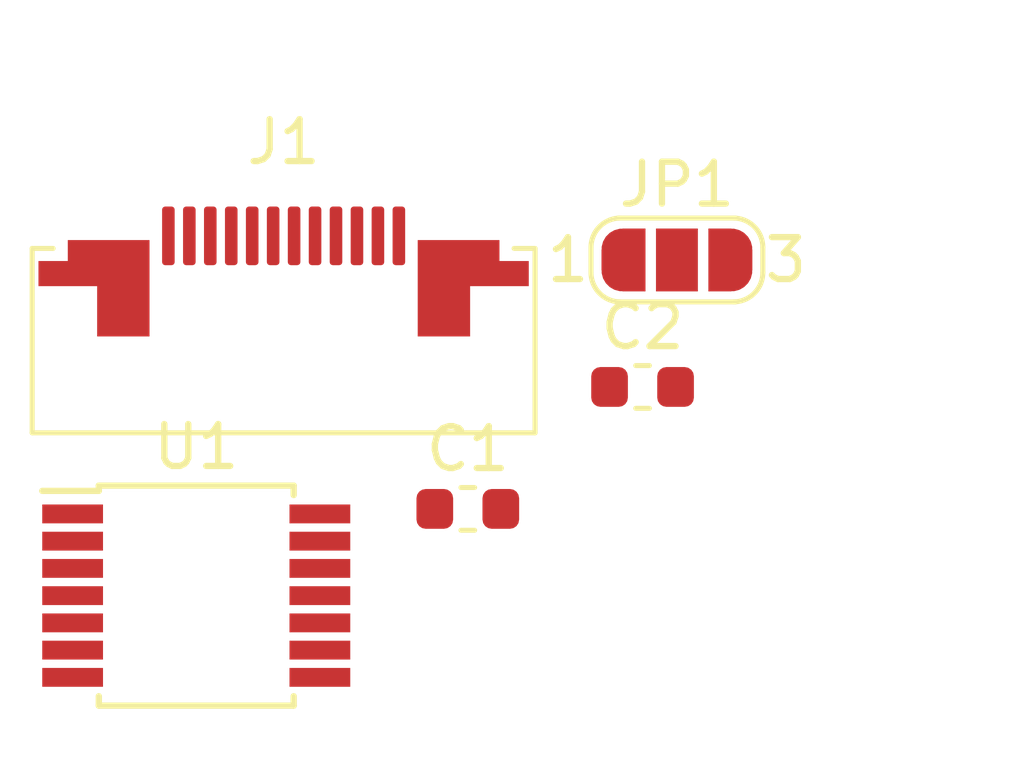
<source format=kicad_pcb>
(kicad_pcb (version 20171130) (host pcbnew 5.1.2-f72e74a~80~ubuntu16.04.1)

  (general
    (thickness 1.6)
    (drawings 0)
    (tracks 0)
    (zones 0)
    (modules 5)
    (nets 15)
  )

  (page A4)
  (layers
    (0 F.Cu signal)
    (31 B.Cu signal)
    (32 B.Adhes user)
    (33 F.Adhes user)
    (34 B.Paste user)
    (35 F.Paste user)
    (36 B.SilkS user)
    (37 F.SilkS user)
    (38 B.Mask user)
    (39 F.Mask user)
    (40 Dwgs.User user)
    (41 Cmts.User user)
    (42 Eco1.User user)
    (43 Eco2.User user)
    (44 Edge.Cuts user)
    (45 Margin user)
    (46 B.CrtYd user)
    (47 F.CrtYd user)
    (48 B.Fab user)
    (49 F.Fab user)
  )

  (setup
    (last_trace_width 0.25)
    (trace_clearance 0.2)
    (zone_clearance 0.508)
    (zone_45_only no)
    (trace_min 0.2)
    (via_size 0.8)
    (via_drill 0.4)
    (via_min_size 0.4)
    (via_min_drill 0.3)
    (uvia_size 0.3)
    (uvia_drill 0.1)
    (uvias_allowed no)
    (uvia_min_size 0.2)
    (uvia_min_drill 0.1)
    (edge_width 0.05)
    (segment_width 0.2)
    (pcb_text_width 0.3)
    (pcb_text_size 1.5 1.5)
    (mod_edge_width 0.12)
    (mod_text_size 1 1)
    (mod_text_width 0.15)
    (pad_size 1.524 1.524)
    (pad_drill 0.762)
    (pad_to_mask_clearance 0.051)
    (solder_mask_min_width 0.25)
    (aux_axis_origin 0 0)
    (visible_elements FFFFFF7F)
    (pcbplotparams
      (layerselection 0x010fc_ffffffff)
      (usegerberextensions false)
      (usegerberattributes false)
      (usegerberadvancedattributes false)
      (creategerberjobfile false)
      (excludeedgelayer true)
      (linewidth 0.100000)
      (plotframeref false)
      (viasonmask false)
      (mode 1)
      (useauxorigin false)
      (hpglpennumber 1)
      (hpglpenspeed 20)
      (hpglpendiameter 15.000000)
      (psnegative false)
      (psa4output false)
      (plotreference true)
      (plotvalue true)
      (plotinvisibletext false)
      (padsonsilk false)
      (subtractmaskfromsilk false)
      (outputformat 1)
      (mirror false)
      (drillshape 1)
      (scaleselection 1)
      (outputdirectory ""))
  )

  (net 0 "")
  (net 1 GND)
  (net 2 VDD)
  (net 3 "Net-(C2-Pad1)")
  (net 4 /CLK)
  (net 5 /CSN)
  (net 6 /MISO)
  (net 7 /MOSI)
  (net 8 /U)
  (net 9 /V)
  (net 10 /W)
  (net 11 /I)
  (net 12 /A)
  (net 13 /B)
  (net 14 "Net-(JP1-Pad2)")

  (net_class Default "This is the default net class."
    (clearance 0.2)
    (trace_width 0.25)
    (via_dia 0.8)
    (via_drill 0.4)
    (uvia_dia 0.3)
    (uvia_drill 0.1)
    (add_net /A)
    (add_net /B)
    (add_net /CLK)
    (add_net /CSN)
    (add_net /I)
    (add_net /MISO)
    (add_net /MOSI)
    (add_net /U)
    (add_net /V)
    (add_net /W)
    (add_net GND)
    (add_net "Net-(C2-Pad1)")
    (add_net "Net-(JP1-Pad2)")
    (add_net VDD)
  )

  (module Package_SO:TSSOP-14_4.4x5mm_P0.65mm (layer F.Cu) (tedit 5A02F25C) (tstamp 5CC23050)
    (at 143.38 104.94)
    (descr "14-Lead Plastic Thin Shrink Small Outline (ST)-4.4 mm Body [TSSOP] (see Microchip Packaging Specification 00000049BS.pdf)")
    (tags "SSOP 0.65")
    (path /5CC23AAD)
    (attr smd)
    (fp_text reference U1 (at 0 -3.55) (layer F.SilkS)
      (effects (font (size 1 1) (thickness 0.15)))
    )
    (fp_text value AS5047D (at 0 3.55) (layer F.Fab)
      (effects (font (size 1 1) (thickness 0.15)))
    )
    (fp_text user %R (at 0 0) (layer F.Fab)
      (effects (font (size 0.8 0.8) (thickness 0.15)))
    )
    (fp_line (start -2.325 -2.5) (end -3.675 -2.5) (layer F.SilkS) (width 0.15))
    (fp_line (start -2.325 2.625) (end 2.325 2.625) (layer F.SilkS) (width 0.15))
    (fp_line (start -2.325 -2.625) (end 2.325 -2.625) (layer F.SilkS) (width 0.15))
    (fp_line (start -2.325 2.625) (end -2.325 2.4) (layer F.SilkS) (width 0.15))
    (fp_line (start 2.325 2.625) (end 2.325 2.4) (layer F.SilkS) (width 0.15))
    (fp_line (start 2.325 -2.625) (end 2.325 -2.4) (layer F.SilkS) (width 0.15))
    (fp_line (start -2.325 -2.625) (end -2.325 -2.5) (layer F.SilkS) (width 0.15))
    (fp_line (start -3.95 2.8) (end 3.95 2.8) (layer F.CrtYd) (width 0.05))
    (fp_line (start -3.95 -2.8) (end 3.95 -2.8) (layer F.CrtYd) (width 0.05))
    (fp_line (start 3.95 -2.8) (end 3.95 2.8) (layer F.CrtYd) (width 0.05))
    (fp_line (start -3.95 -2.8) (end -3.95 2.8) (layer F.CrtYd) (width 0.05))
    (fp_line (start -2.2 -1.5) (end -1.2 -2.5) (layer F.Fab) (width 0.15))
    (fp_line (start -2.2 2.5) (end -2.2 -1.5) (layer F.Fab) (width 0.15))
    (fp_line (start 2.2 2.5) (end -2.2 2.5) (layer F.Fab) (width 0.15))
    (fp_line (start 2.2 -2.5) (end 2.2 2.5) (layer F.Fab) (width 0.15))
    (fp_line (start -1.2 -2.5) (end 2.2 -2.5) (layer F.Fab) (width 0.15))
    (pad 14 smd rect (at 2.95 -1.95) (size 1.45 0.45) (layers F.Cu F.Paste F.Mask)
      (net 11 /I))
    (pad 13 smd rect (at 2.95 -1.3) (size 1.45 0.45) (layers F.Cu F.Paste F.Mask)
      (net 1 GND))
    (pad 12 smd rect (at 2.95 -0.65) (size 1.45 0.45) (layers F.Cu F.Paste F.Mask)
      (net 14 "Net-(JP1-Pad2)"))
    (pad 11 smd rect (at 2.95 0) (size 1.45 0.45) (layers F.Cu F.Paste F.Mask)
      (net 2 VDD))
    (pad 10 smd rect (at 2.95 0.65) (size 1.45 0.45) (layers F.Cu F.Paste F.Mask)
      (net 8 /U))
    (pad 9 smd rect (at 2.95 1.3) (size 1.45 0.45) (layers F.Cu F.Paste F.Mask)
      (net 9 /V))
    (pad 8 smd rect (at 2.95 1.95) (size 1.45 0.45) (layers F.Cu F.Paste F.Mask)
      (net 10 /W))
    (pad 7 smd rect (at -2.95 1.95) (size 1.45 0.45) (layers F.Cu F.Paste F.Mask)
      (net 12 /A))
    (pad 6 smd rect (at -2.95 1.3) (size 1.45 0.45) (layers F.Cu F.Paste F.Mask)
      (net 13 /B))
    (pad 5 smd rect (at -2.95 0.65) (size 1.45 0.45) (layers F.Cu F.Paste F.Mask)
      (net 1 GND))
    (pad 4 smd rect (at -2.95 0) (size 1.45 0.45) (layers F.Cu F.Paste F.Mask)
      (net 7 /MOSI))
    (pad 3 smd rect (at -2.95 -0.65) (size 1.45 0.45) (layers F.Cu F.Paste F.Mask)
      (net 6 /MISO))
    (pad 2 smd rect (at -2.95 -1.3) (size 1.45 0.45) (layers F.Cu F.Paste F.Mask)
      (net 4 /CLK))
    (pad 1 smd rect (at -2.95 -1.95) (size 1.45 0.45) (layers F.Cu F.Paste F.Mask)
      (net 5 /CSN))
    (model ${KISYS3DMOD}/Package_SO.3dshapes/TSSOP-14_4.4x5mm_P0.65mm.wrl
      (at (xyz 0 0 0))
      (scale (xyz 1 1 1))
      (rotate (xyz 0 0 0))
    )
  )

  (module Jumper:SolderJumper-3_P1.3mm_Open_RoundedPad1.0x1.5mm_NumberLabels (layer F.Cu) (tedit 5B391ED1) (tstamp 5CC2302D)
    (at 154.85 96.93)
    (descr "SMD Solder 3-pad Jumper, 1x1.5mm rounded Pads, 0.3mm gap, open, labeled with numbers")
    (tags "solder jumper open")
    (path /5CC27EAC)
    (attr virtual)
    (fp_text reference JP1 (at 0 -1.8) (layer F.SilkS)
      (effects (font (size 1 1) (thickness 0.15)))
    )
    (fp_text value SolderJumper_3_Open (at 0 1.9) (layer F.Fab)
      (effects (font (size 1 1) (thickness 0.15)))
    )
    (fp_arc (start -1.35 -0.3) (end -1.35 -1) (angle -90) (layer F.SilkS) (width 0.12))
    (fp_arc (start -1.35 0.3) (end -2.05 0.3) (angle -90) (layer F.SilkS) (width 0.12))
    (fp_arc (start 1.35 0.3) (end 1.35 1) (angle -90) (layer F.SilkS) (width 0.12))
    (fp_arc (start 1.35 -0.3) (end 2.05 -0.3) (angle -90) (layer F.SilkS) (width 0.12))
    (fp_line (start 2.3 1.25) (end -2.3 1.25) (layer F.CrtYd) (width 0.05))
    (fp_line (start 2.3 1.25) (end 2.3 -1.25) (layer F.CrtYd) (width 0.05))
    (fp_line (start -2.3 -1.25) (end -2.3 1.25) (layer F.CrtYd) (width 0.05))
    (fp_line (start -2.3 -1.25) (end 2.3 -1.25) (layer F.CrtYd) (width 0.05))
    (fp_line (start -1.4 -1) (end 1.4 -1) (layer F.SilkS) (width 0.12))
    (fp_line (start 2.05 -0.3) (end 2.05 0.3) (layer F.SilkS) (width 0.12))
    (fp_line (start 1.4 1) (end -1.4 1) (layer F.SilkS) (width 0.12))
    (fp_line (start -2.05 0.3) (end -2.05 -0.3) (layer F.SilkS) (width 0.12))
    (fp_text user 1 (at -2.6 0) (layer F.SilkS)
      (effects (font (size 1 1) (thickness 0.15)))
    )
    (fp_text user 3 (at 2.6 0) (layer F.SilkS)
      (effects (font (size 1 1) (thickness 0.15)))
    )
    (pad 2 smd rect (at 0 0) (size 1 1.5) (layers F.Cu F.Mask)
      (net 14 "Net-(JP1-Pad2)"))
    (pad 3 smd custom (at 1.3 0) (size 1 0.5) (layers F.Cu F.Mask)
      (net 2 VDD) (zone_connect 2)
      (options (clearance outline) (anchor rect))
      (primitives
        (gr_circle (center 0 0.25) (end 0.5 0.25) (width 0))
        (gr_circle (center 0 -0.25) (end 0.5 -0.25) (width 0))
        (gr_poly (pts
           (xy -0.55 -0.75) (xy 0 -0.75) (xy 0 0.75) (xy -0.55 0.75)) (width 0))
      ))
    (pad 1 smd custom (at -1.3 0) (size 1 0.5) (layers F.Cu F.Mask)
      (net 3 "Net-(C2-Pad1)") (zone_connect 2)
      (options (clearance outline) (anchor rect))
      (primitives
        (gr_circle (center 0 0.25) (end 0.5 0.25) (width 0))
        (gr_circle (center 0 -0.25) (end 0.5 -0.25) (width 0))
        (gr_poly (pts
           (xy 0.55 -0.75) (xy 0 -0.75) (xy 0 0.75) (xy 0.55 0.75)) (width 0))
      ))
  )

  (module follow_focus_hw:Amphenol_SFV12R (layer F.Cu) (tedit 5CBA74D3) (tstamp 5CC23018)
    (at 145.465 96.654999)
    (descr "0.5 mm pitch, FPC/FFC,  right angle SMT connector")
    (tags "FPC, FFC, Connector")
    (path /5CC337ED)
    (attr smd)
    (fp_text reference J1 (at 0 -2.54) (layer F.SilkS)
      (effects (font (size 1 1) (thickness 0.15)))
    )
    (fp_text value Conn_01x12_Male (at 0 -5.08) (layer F.Fab)
      (effects (font (size 1 1) (thickness 0.15)))
    )
    (fp_line (start 5.5 0) (end 6 0) (layer F.SilkS) (width 0.12))
    (fp_line (start -6 0) (end -5.5 0) (layer F.SilkS) (width 0.12))
    (fp_line (start 6 0) (end 6 4.4) (layer F.SilkS) (width 0.12))
    (fp_line (start -6 4.4) (end 6 4.4) (layer F.SilkS) (width 0.12))
    (fp_line (start -6 4.4) (end -6 0) (layer F.SilkS) (width 0.12))
    (pad 1 smd roundrect (at -2.75 -0.3) (size 0.3 1.4) (layers F.Cu F.Paste F.Mask) (roundrect_rratio 0.25)
      (net 2 VDD))
    (pad 3 smd roundrect (at -1.75 -0.3) (size 0.3 1.4) (layers F.Cu F.Paste F.Mask) (roundrect_rratio 0.25)
      (net 4 /CLK))
    (pad 2 smd roundrect (at -2.25 -0.3) (size 0.3 1.4) (layers F.Cu F.Paste F.Mask) (roundrect_rratio 0.25)
      (net 5 /CSN))
    (pad 5 smd roundrect (at -0.75 -0.3) (size 0.3 1.4) (layers F.Cu F.Paste F.Mask) (roundrect_rratio 0.25)
      (net 6 /MISO))
    (pad 4 smd roundrect (at -1.25 -0.3) (size 0.3 1.4) (layers F.Cu F.Paste F.Mask) (roundrect_rratio 0.25)
      (net 7 /MOSI))
    (pad 6 smd roundrect (at -0.25 -0.3) (size 0.3 1.4) (layers F.Cu F.Paste F.Mask) (roundrect_rratio 0.25)
      (net 1 GND))
    (pad 7 smd roundrect (at 0.25 -0.3) (size 0.3 1.4) (layers F.Cu F.Paste F.Mask) (roundrect_rratio 0.25)
      (net 8 /U))
    (pad 8 smd roundrect (at 0.75 -0.3) (size 0.3 1.4) (layers F.Cu F.Paste F.Mask) (roundrect_rratio 0.25)
      (net 9 /V))
    (pad 9 smd roundrect (at 1.25 -0.3) (size 0.3 1.4) (layers F.Cu F.Paste F.Mask) (roundrect_rratio 0.25)
      (net 10 /W))
    (pad 10 smd roundrect (at 1.75 -0.3) (size 0.3 1.4) (layers F.Cu F.Paste F.Mask) (roundrect_rratio 0.25)
      (net 11 /I))
    (pad 11 smd roundrect (at 2.25 -0.3) (size 0.3 1.4) (layers F.Cu F.Paste F.Mask) (roundrect_rratio 0.25)
      (net 12 /A))
    (pad 12 smd roundrect (at 2.75 -0.3) (size 0.3 1.4) (layers F.Cu F.Paste F.Mask) (roundrect_rratio 0.25)
      (net 13 /B))
    (pad "" smd custom (at -4.45 0.3) (size 0.1 0.1) (layers F.Cu F.Paste F.Mask)
      (zone_connect 0)
      (options (clearance outline) (anchor circle))
      (primitives
        (gr_poly (pts
           (xy -0.7 -0.5) (xy 1.25 -0.5) (xy 1.25 1.8) (xy 0 1.8) (xy 0 0.6)
           (xy -1.4 0.6) (xy -1.4 0) (xy -0.7 0)) (width 0))
      ))
    (pad "" smd custom (at 4.45 0.3) (size 0.1 0.1) (layers F.Cu F.Paste F.Mask)
      (zone_connect 0)
      (options (clearance outline) (anchor circle))
      (primitives
        (gr_poly (pts
           (xy 0.7 -0.5) (xy -1.25 -0.5) (xy -1.25 1.8) (xy 0 1.8) (xy 0 0.6)
           (xy 1.4 0.6) (xy 1.4 0) (xy 0.7 0)) (width 0))
      ))
  )

  (module Capacitor_SMD:C_0603_1608Metric (layer F.Cu) (tedit 5B301BBE) (tstamp 5CC23001)
    (at 154.03 99.96)
    (descr "Capacitor SMD 0603 (1608 Metric), square (rectangular) end terminal, IPC_7351 nominal, (Body size source: http://www.tortai-tech.com/upload/download/2011102023233369053.pdf), generated with kicad-footprint-generator")
    (tags capacitor)
    (path /5CC27483)
    (attr smd)
    (fp_text reference C2 (at 0 -1.43) (layer F.SilkS)
      (effects (font (size 1 1) (thickness 0.15)))
    )
    (fp_text value 1uF (at 0 1.43) (layer F.Fab)
      (effects (font (size 1 1) (thickness 0.15)))
    )
    (fp_text user %R (at 0 0) (layer F.Fab)
      (effects (font (size 0.4 0.4) (thickness 0.06)))
    )
    (fp_line (start 1.48 0.73) (end -1.48 0.73) (layer F.CrtYd) (width 0.05))
    (fp_line (start 1.48 -0.73) (end 1.48 0.73) (layer F.CrtYd) (width 0.05))
    (fp_line (start -1.48 -0.73) (end 1.48 -0.73) (layer F.CrtYd) (width 0.05))
    (fp_line (start -1.48 0.73) (end -1.48 -0.73) (layer F.CrtYd) (width 0.05))
    (fp_line (start -0.162779 0.51) (end 0.162779 0.51) (layer F.SilkS) (width 0.12))
    (fp_line (start -0.162779 -0.51) (end 0.162779 -0.51) (layer F.SilkS) (width 0.12))
    (fp_line (start 0.8 0.4) (end -0.8 0.4) (layer F.Fab) (width 0.1))
    (fp_line (start 0.8 -0.4) (end 0.8 0.4) (layer F.Fab) (width 0.1))
    (fp_line (start -0.8 -0.4) (end 0.8 -0.4) (layer F.Fab) (width 0.1))
    (fp_line (start -0.8 0.4) (end -0.8 -0.4) (layer F.Fab) (width 0.1))
    (pad 2 smd roundrect (at 0.7875 0) (size 0.875 0.95) (layers F.Cu F.Paste F.Mask) (roundrect_rratio 0.25)
      (net 1 GND))
    (pad 1 smd roundrect (at -0.7875 0) (size 0.875 0.95) (layers F.Cu F.Paste F.Mask) (roundrect_rratio 0.25)
      (net 3 "Net-(C2-Pad1)"))
    (model ${KISYS3DMOD}/Capacitor_SMD.3dshapes/C_0603_1608Metric.wrl
      (at (xyz 0 0 0))
      (scale (xyz 1 1 1))
      (rotate (xyz 0 0 0))
    )
  )

  (module Capacitor_SMD:C_0603_1608Metric (layer F.Cu) (tedit 5B301BBE) (tstamp 5CC22FF0)
    (at 149.86 102.87)
    (descr "Capacitor SMD 0603 (1608 Metric), square (rectangular) end terminal, IPC_7351 nominal, (Body size source: http://www.tortai-tech.com/upload/download/2011102023233369053.pdf), generated with kicad-footprint-generator")
    (tags capacitor)
    (path /5CC27616)
    (attr smd)
    (fp_text reference C1 (at 0 -1.43) (layer F.SilkS)
      (effects (font (size 1 1) (thickness 0.15)))
    )
    (fp_text value 0.1uF (at 0 1.43) (layer F.Fab)
      (effects (font (size 1 1) (thickness 0.15)))
    )
    (fp_text user %R (at 0 0) (layer F.Fab)
      (effects (font (size 0.4 0.4) (thickness 0.06)))
    )
    (fp_line (start 1.48 0.73) (end -1.48 0.73) (layer F.CrtYd) (width 0.05))
    (fp_line (start 1.48 -0.73) (end 1.48 0.73) (layer F.CrtYd) (width 0.05))
    (fp_line (start -1.48 -0.73) (end 1.48 -0.73) (layer F.CrtYd) (width 0.05))
    (fp_line (start -1.48 0.73) (end -1.48 -0.73) (layer F.CrtYd) (width 0.05))
    (fp_line (start -0.162779 0.51) (end 0.162779 0.51) (layer F.SilkS) (width 0.12))
    (fp_line (start -0.162779 -0.51) (end 0.162779 -0.51) (layer F.SilkS) (width 0.12))
    (fp_line (start 0.8 0.4) (end -0.8 0.4) (layer F.Fab) (width 0.1))
    (fp_line (start 0.8 -0.4) (end 0.8 0.4) (layer F.Fab) (width 0.1))
    (fp_line (start -0.8 -0.4) (end 0.8 -0.4) (layer F.Fab) (width 0.1))
    (fp_line (start -0.8 0.4) (end -0.8 -0.4) (layer F.Fab) (width 0.1))
    (pad 2 smd roundrect (at 0.7875 0) (size 0.875 0.95) (layers F.Cu F.Paste F.Mask) (roundrect_rratio 0.25)
      (net 1 GND))
    (pad 1 smd roundrect (at -0.7875 0) (size 0.875 0.95) (layers F.Cu F.Paste F.Mask) (roundrect_rratio 0.25)
      (net 2 VDD))
    (model ${KISYS3DMOD}/Capacitor_SMD.3dshapes/C_0603_1608Metric.wrl
      (at (xyz 0 0 0))
      (scale (xyz 1 1 1))
      (rotate (xyz 0 0 0))
    )
  )

)

</source>
